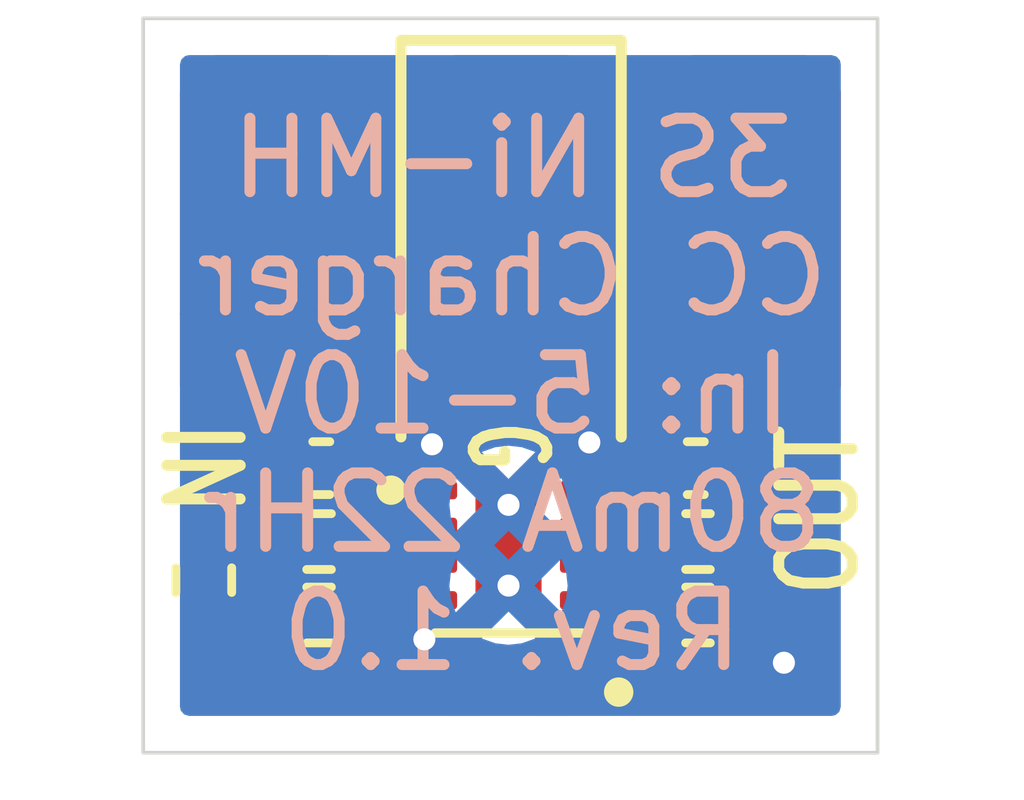
<source format=kicad_pcb>
(kicad_pcb (version 20240108) (generator "pcbnew") (generator_version "8.0")
  (layers (0 "F.Cu" signal) (31 "B.Cu" signal) (34 "B.Paste" user) (35 "F.Paste" user) (36 "B.SilkS" user "B.Silkscreen") (37 "F.SilkS" user "F.Silkscreen") (38 "B.Mask" user) (39 "F.Mask" user) (44 "Edge.Cuts" user))
  (net 0 "")
  (net 1 "GND")
  (net 2 "+5V")
  (net 3 "+BATT")
  (net 4 "Net-(D1-K)")
  (net 5 "Net-(D1-A)")
  (net 6 "Net-(U1-VSET)")
  (net 7 "Net-(U1-TS)")
  (net 8 "Net-(U1-TMR)")
  (net 9 "Net-(U1-ISET)")
  (footprint "Capacitor_SMD:C_0402_1005Metric_Pad0.74x0.62mm_HandSolder" (layer "F.Cu") (at 161.975 94.625 180)
    (property "Reference" "C1" (hide yes))
    (property "Value" "10µF" (hide yes))
    (fp_line (start -0.115835 0.36) (end 0.115835 0.36) (stroke (width 0.12)) (layer "F.SilkS"))
    (fp_line (start -0.115835 -0.36) (end 0.115835 -0.36) (stroke (width 0.12)) (layer "F.SilkS"))
    (pad "1" smd roundrect (at -0.5675 0 180) (size 0.735 0.62) (layers "F.Cu" "F.Paste" "F.Mask") (net 2 "+5V"))
    (pad "2" smd roundrect (at 0.5675 0 180) (size 0.735 0.62) (layers "F.Cu" "F.Paste" "F.Mask") (net 1 "GND"))
  )
  (footprint "Capacitor_SMD:C_0402_1005Metric_Pad0.74x0.62mm_HandSolder" (layer "F.Cu") (at 167.075 94.625)
    (property "Reference" "C2" (hide yes))
    (property "Value" "10µF" (hide yes))
    (fp_line (start -0.115835 -0.36) (end 0.115835 -0.36) (stroke (width 0.12)) (layer "F.SilkS"))
    (fp_line (start -0.115835 0.36) (end 0.115835 0.36) (stroke (width 0.12)) (layer "F.SilkS"))
    (pad "1" smd roundrect (at -0.5675 0) (size 0.735 0.62) (layers "F.Cu" "F.Paste" "F.Mask") (net 3 "+BATT"))
    (pad "2" smd roundrect (at 0.5675 0) (size 0.735 0.62) (layers "F.Cu" "F.Paste" "F.Mask") (net 1 "GND"))
  )
  (footprint "BQ25172DSGR:IC_BQ25172DSGR" (layer "F.Cu") (at 164.525 95.675)
    (property "Reference" "U1" (hide yes))
    (property "Value" "BQ25172DSGR" (hide yes))
    (fp_line (start -1 1.195) (end 1 1.195) (stroke (width 0.127)) (layer "F.SilkS"))
    (fp_circle (center -1.6 -0.75) (end -1.5 -0.75) (stroke (width 0.2)) (fill none) (layer "F.SilkS"))
    (pad "1" smd roundrect (at -0.95 -0.75) (size 0.5 0.25) (layers "F.Cu" "F.Paste" "F.Mask") (roundrect_rratio 0.2) (net 2 "+5V"))
    (pad "2" smd roundrect (at -0.95 -0.25) (size 0.5 0.25) (layers "F.Cu" "F.Paste" "F.Mask") (roundrect_rratio 0.2) (net 9 "Net-(U1-ISET)"))
    (pad "3" smd roundrect (at -0.95 0.25) (size 0.5 0.25) (layers "F.Cu" "F.Paste" "F.Mask") (roundrect_rratio 0.2) (net 7 "Net-(U1-TS)"))
    (pad "4" smd roundrect (at -0.95 0.75) (size 0.5 0.25) (layers "F.Cu" "F.Paste" "F.Mask") (roundrect_rratio 0.2) (net 1 "GND"))
    (pad "5" smd roundrect (at 0.95 0.75) (size 0.5 0.25) (layers "F.Cu" "F.Paste" "F.Mask") (roundrect_rratio 0.2) (net 4 "Net-(D1-K)"))
    (pad "6" smd roundrect (at 0.95 0.25) (size 0.5 0.25) (layers "F.Cu" "F.Paste" "F.Mask") (roundrect_rratio 0.2) (net 8 "Net-(U1-TMR)"))
    (pad "7" smd roundrect (at 0.95 -0.25) (size 0.5 0.25) (layers "F.Cu" "F.Paste" "F.Mask") (roundrect_rratio 0.2) (net 6 "Net-(U1-VSET)"))
    (pad "8" smd roundrect (at 0.95 -0.75) (size 0.5 0.25) (layers "F.Cu" "F.Paste" "F.Mask") (roundrect_rratio 0.2) (net 3 "+BATT"))
    (pad "9" smd roundrect (at 0 0) (size 0.9 1.6) (layers "F.Cu" "F.Mask") (roundrect_rratio 0.06) (net 1 "GND"))
    (pad "10" thru_hole circle (at 0 -0.55) (size 0.6 0.6) (drill 0.3) (layers "*.Cu") (net 1 "GND"))
    (pad "11" thru_hole circle (at 0 0.55) (size 0.6 0.6) (drill 0.3) (layers "*.Cu") (net 1 "GND"))
  )
  (footprint "TP-Library:Custom_TestPoint_Pad_2.5x5.0mm" (layer "F.Cu") (at 167.8 90)
    (property "Reference" "TP3" (hide yes))
    (property "Value" "TestPoint" (hide yes))
    (pad "1" smd roundrect (at 0 1.5) (size 2.5 5) (property pad_prop_testpoint) (layers "F.Cu" "F.Mask") (roundrect_rratio 0.2) (net 3 "+BATT"))
  )
  (footprint "Resistor_SMD:R_0402_1005Metric_Pad0.72x0.64mm_HandSolder" (layer "F.Cu") (at 167.105 95.625)
    (property "Reference" "R2" (hide yes))
    (property "Value" "24K" (hide yes))
    (fp_line (start -0.167621 -0.38) (end 0.167621 -0.38) (stroke (width 0.12)) (layer "F.SilkS"))
    (fp_line (start -0.167621 0.38) (end 0.167621 0.38) (stroke (width 0.12)) (layer "F.SilkS"))
    (pad "1" smd roundrect (at -0.5975 0) (size 0.715 0.64) (layers "F.Cu" "F.Paste" "F.Mask") (net 6 "Net-(U1-VSET)"))
    (pad "2" smd roundrect (at 0.5975 0) (size 0.715 0.64) (layers "F.Cu" "F.Paste" "F.Mask") (net 1 "GND"))
  )
  (footprint "Resistor_SMD:R_0402_1005Metric_Pad0.72x0.64mm_HandSolder" (layer "F.Cu") (at 160.375 96.15 90)
    (property "Reference" "R1" (hide yes))
    (property "Value" "3.6K" (hide yes))
    (fp_line (start -0.167621 -0.38) (end 0.167621 -0.38) (stroke (width 0.12)) (layer "F.SilkS"))
    (fp_line (start -0.167621 0.38) (end 0.167621 0.38) (stroke (width 0.12)) (layer "F.SilkS"))
    (pad "1" smd roundrect (at -0.5975 0 90) (size 0.715 0.64) (layers "F.Cu" "F.Paste" "F.Mask") (net 5 "Net-(D1-A)"))
    (pad "2" smd roundrect (at 0.5975 0 90) (size 0.715 0.64) (layers "F.Cu" "F.Paste" "F.Mask") (net 2 "+5V"))
  )
  (footprint "TP-Library:Custom_TestPoint_Pad_2.5x5.0mm" (layer "F.Cu") (at 164.56 93 180)
    (property "Reference" "TP2" (hide yes))
    (property "Value" "TestPoint" (hide yes))
    (fp_line (start 1.5 4.2) (end -1.5 4.2) (stroke (width 0.15)) (layer "F.SilkS"))
    (fp_line (start 1.5 -1.2) (end 1.5 4.2) (stroke (width 0.15)) (layer "F.SilkS"))
    (fp_line (start -1.5 4.2) (end -1.5 -1.2) (stroke (width 0.15)) (layer "F.SilkS"))
    (pad "1" smd roundrect (at 0 1.5 180) (size 2.5 5) (property pad_prop_testpoint) (layers "F.Cu" "F.Mask") (roundrect_rratio 0.2) (net 1 "GND"))
  )
  (footprint "Resistor_SMD:R_0402_1005Metric_Pad0.72x0.64mm_HandSolder" (layer "F.Cu") (at 167.105 96.625 180)
    (property "Reference" "R4" (hide yes))
    (property "Value" "3.6K" (hide yes))
    (fp_line (start -0.167621 0.38) (end 0.167621 0.38) (stroke (width 0.12)) (layer "F.SilkS"))
    (fp_line (start -0.167621 -0.38) (end 0.167621 -0.38) (stroke (width 0.12)) (layer "F.SilkS"))
    (pad "1" smd roundrect (at -0.5975 0 180) (size 0.715 0.64) (layers "F.Cu" "F.Paste" "F.Mask") (net 1 "GND"))
    (pad "2" smd roundrect (at 0.5975 0 180) (size 0.715 0.64) (layers "F.Cu" "F.Paste" "F.Mask") (net 8 "Net-(U1-TMR)"))
  )
  (footprint "Resistor_SMD:R_0402_1005Metric_Pad0.72x0.64mm_HandSolder" (layer "F.Cu") (at 161.945 96.625)
    (property "Reference" "R3" (hide yes))
    (property "Value" "10K" (hide yes))
    (fp_line (start -0.167621 -0.38) (end 0.167621 -0.38) (stroke (width 0.12)) (layer "F.SilkS"))
    (fp_line (start -0.167621 0.38) (end 0.167621 0.38) (stroke (width 0.12)) (layer "F.SilkS"))
    (pad "1" smd roundrect (at -0.5975 0) (size 0.715 0.64) (layers "F.Cu" "F.Paste" "F.Mask") (net 1 "GND"))
    (pad "2" smd roundrect (at 0.5975 0) (size 0.715 0.64) (layers "F.Cu" "F.Paste" "F.Mask") (net 7 "Net-(U1-TS)"))
  )
  (footprint "LED_SMD:LED_0402_1005Metric_Pad0.77x0.64mm_HandSolder" (layer "F.Cu") (at 164.525 97.675 180)
    (property "Reference" "D1" (hide yes))
    (property "Value" "LED" (hide yes))
    (fp_circle (center -1.5 0) (end -1.4 0) (stroke (width 0.2)) (fill solid) (layer "F.SilkS"))
    (pad "1" smd roundrect (at -0.5725 0 180) (size 0.765 0.64) (layers "F.Cu" "F.Paste" "F.Mask") (net 4 "Net-(D1-K)"))
    (pad "2" smd roundrect (at 0.5725 0 180) (size 0.765 0.64) (layers "F.Cu" "F.Paste" "F.Mask") (net 5 "Net-(D1-A)"))
  )
  (footprint "Resistor_SMD:R_0402_1005Metric_Pad0.72x0.64mm_HandSolder" (layer "F.Cu") (at 161.945 95.625)
    (property "Reference" "R5" (hide yes))
    (property "Value" "3.6K" (hide yes))
    (fp_line (start -0.167621 -0.38) (end 0.167621 -0.38) (stroke (width 0.12)) (layer "F.SilkS"))
    (fp_line (start -0.167621 0.38) (end 0.167621 0.38) (stroke (width 0.12)) (layer "F.SilkS"))
    (pad "1" smd roundrect (at -0.5975 0) (size 0.715 0.64) (layers "F.Cu" "F.Paste" "F.Mask") (net 1 "GND"))
    (pad "2" smd roundrect (at 0.5975 0) (size 0.715 0.64) (layers "F.Cu" "F.Paste" "F.Mask") (net 9 "Net-(U1-ISET)"))
  )
  (footprint "TP-Library:Custom_TestPoint_Pad_2.5x5.0mm" (layer "F.Cu") (at 161.3 90)
    (property "Reference" "TP1" (hide yes))
    (property "Value" "TestPoint" (hide yes))
    (pad "1" smd roundrect (at 0 1.5) (size 2.5 5) (property pad_prop_testpoint) (layers "F.Cu" "F.Mask") (roundrect_rratio 0.2) (net 2 "+5V"))
  )
  (gr_rect (start 159.55 88.5) (end 169.55 98.5) (stroke (width 0.05)) (fill none) (layer "Edge.Cuts"))
  (gr_text "3S Ni-MH\nCC Charger\nIn: 5-10V\n80mA 22Hr\nRev. 1.0" (at 164.575 93.625 0) (layer "B.SilkS") (effects (font (size 1 1)) (justify mirror)))
  (gr_text "IN" (at 160.325 94.625 -90) (layer "F.SilkS") (effects (font (size 1 0.8))))
  (gr_text "OUT" (at 168.75 95.2 90) (layer "F.SilkS") (effects (font (size 1 0.8))))
  (gr_text "G" (at 164.5 94.325 270) (layer "F.SilkS") (effects (font (size 1 0.6) (thickness 0.15) (bold yes))))
  (segment (start 167.6425 95.565) (end 167.7025 95.625) (width 0.2) (layer "F.Cu") (net 1))
  (segment (start 161.3225 96.6) (end 161.175 96.6) (width 0.2) (layer "F.Cu") (net 1))
  (segment (start 161.4075 94.66) (end 161.265 94.8025) (width 0.2) (layer "F.Cu") (net 1))
  (segment (start 164.56 91.5) (end 164.56 93.222895) (width 0.2) (layer "F.Cu") (net 1))
  (segment (start 165.52 93.67) (end 165.52 93.66) (width 0.2) (layer "F.Cu") (net 1))
  (segment (start 161.4075 94.625) (end 161.4075 94.66) (width 0.2) (layer "F.Cu") (net 1))
  (segment (start 163.378814 96.95588) (end 163.039694 97.295) (width 0.2) (layer "F.Cu") (net 1))
  (segment (start 163.378814 96.621186) (end 163.575 96.425) (width 0.2) (layer "F.Cu") (net 1))
  (segment (start 164.56 93.21) (end 164.56 91.5) (width 0.2) (layer "F.Cu") (net 1))
  (segment (start 167.6425 94.625) (end 167.6425 95.565) (width 0.2) (layer "F.Cu") (net 1))
  (segment (start 165.625 94.275) (end 164.56 93.21) (width 0.2) (layer "F.Cu") (net 1))
  (segment (start 167.7025 95.625) (end 167.7025 96.625) (width 0.2) (layer "F.Cu") (net 1))
  (segment (start 162.0175 97.295) (end 161.3475 96.625) (width 0.2) (layer "F.Cu") (net 1))
  (segment (start 161.3475 96.625) (end 161.3225 96.6) (width 0.2) (layer "F.Cu") (net 1))
  (segment (start 163.039694 97.295) (end 162.0175 97.295) (width 0.2) (layer "F.Cu") (net 1))
  (segment (start 168.275 97.275) (end 168.275 97.1975) (width 0.2) (layer "F.Cu") (net 1))
  (segment (start 164.56 93.222895) (end 163.482895 94.3) (width 0.2) (layer "F.Cu") (net 1))
  (segment (start 168.275 97.1975) (end 167.7025 96.625) (width 0.2) (layer "F.Cu") (net 1))
  (segment (start 163.378814 96.95588) (end 163.378814 96.621186) (width 0.2) (layer "F.Cu") (net 1))
  (segment (start 161.3475 96.625) (end 161.3475 94.685) (width 0.2) (layer "F.Cu") (net 1))
  (segment (start 161.3475 94.685) (end 161.4075 94.625) (width 0.2) (layer "F.Cu") (net 1))
  (segment (start 164.56 91.5) (end 164.56 92.7807) (width 0.2) (layer "F.Cu") (net 1))
  (via (at 165.625 94.275) (size 0.6) (drill 0.3) (layers "F.Cu" "B.Cu") (net 1))
  (via (at 163.482895 94.3) (size 0.6) (drill 0.3) (layers "F.Cu" "B.Cu") (net 1))
  (via (at 168.275 97.275) (size 0.6) (drill 0.3) (layers "F.Cu" "B.Cu") (net 1))
  (via (at 163.378814 96.95588) (size 0.6) (drill 0.3) (layers "F.Cu" "B.Cu") (net 1))
  (segment (start 162.8425 94.925) (end 163.575 94.925) (width 0.2) (layer "F.Cu") (net 2))
  (segment (start 161.3 91.5) (end 161.2 91.5) (width 0.25) (layer "F.Cu") (net 2))
  (segment (start 162.5425 94.625) (end 162.5425 94.1175) (width 0.2) (layer "F.Cu") (net 2))
  (segment (start 160.375 95.5525) (end 160.375 94.35) (width 0.2) (layer "F.Cu") (net 2))
  (segment (start 162.5425 94.1175) (end 161.95 93.525) (width 0.2) (layer "F.Cu") (net 2))
  (segment (start 161.3 91.5) (end 160.2 92.6) (width 0.25) (layer "F.Cu") (net 2))
  (segment (start 161.2 91.5) (end 160.175 92.525) (width 0.25) (layer "F.Cu") (net 2))
  (segment (start 162.5425 94.625) (end 162.8425 94.925) (width 0.2) (layer "F.Cu") (net 2))
  (segment (start 160.375 94.35) (end 161.225 93.5) (width 0.2) (layer "F.Cu") (net 2))
  (segment (start 166.5075 94.625) (end 166.5075 94.2025) (width 0.2) (layer "F.Cu") (net 3))
  (segment (start 166.2075 94.925) (end 166.5075 94.625) (width 0.2) (layer "F.Cu") (net 3))
  (segment (start 166.5075 94.2025) (end 167.01 93.7) (width 0.2) (layer "F.Cu") (net 3))
  (segment (start 165.475 94.925) (end 166.2075 94.925) (width 0.2) (layer "F.Cu") (net 3))
  (segment (start 165.475 96.425) (end 165.475 97.2975) (width 0.2) (layer "F.Cu") (net 4))
  (segment (start 165.475 97.2975) (end 165.0975 97.675) (width 0.2) (layer "F.Cu") (net 4))
  (segment (start 161.22 97.695) (end 163.9325 97.695) (width 0.2) (layer "F.Cu") (net 5))
  (segment (start 160.375 96.85) (end 161.22 97.695) (width 0.2) (layer "F.Cu") (net 5))
  (segment (start 160.375 96.7475) (end 160.375 96.85) (width 0.2) (layer "F.Cu") (net 5))
  (segment (start 163.9325 97.695) (end 163.9525 97.675) (width 0.2) (layer "F.Cu") (net 5))
  (segment (start 166.55 95.65) (end 166.525 95.625) (width 0.2) (layer "F.Cu") (net 6))
  (segment (start 165.475 95.425) (end 166.3075 95.425) (width 0.2) (layer "F.Cu") (net 6))
  (segment (start 166.525 95.625) (end 166.5075 95.625) (width 0.2) (layer "F.Cu") (net 6))
  (segment (start 166.3075 95.425) (end 166.5075 95.625) (width 0.2) (layer "F.Cu") (net 6))
  (segment (start 162.412472 96.8) (end 162.5425 96.669972) (width 0.2) (layer "F.Cu") (net 7))
  (segment (start 162.554972 96.625) (end 162.5425 96.625) (width 0.2) (layer "F.Cu") (net 7))
  (segment (start 162.52864 96.63886) (end 162.5425 96.625) (width 0.2) (layer "F.Cu") (net 7))
  (segment (start 162.5425 96.669972) (end 162.5425 96.625) (width 0.2) (layer "F.Cu") (net 7))
  (segment (start 162.509972 96.8) (end 162.509972 96.657528) (width 0.2) (layer "F.Cu") (net 7))
  (segment (start 162.52864 96.8) (end 162.52864 96.63886) (width 0.2) (layer "F.Cu") (net 7))
  (segment (start 162.509972 96.657528) (end 162.5425 96.625) (width 0.2) (layer "F.Cu") (net 7))
  (segment (start 163.254972 95.925) (end 162.554972 96.625) (width 0.2) (layer "F.Cu") (net 7))
  (segment (start 163.575 95.925) (end 163.254972 95.925) (width 0.2) (layer "F.Cu") (net 7))
  (segment (start 166.57136 96.8) (end 166.57136 96.68886) (width 0.2) (layer "F.Cu") (net 8))
  (segment (start 166.587528 96.8) (end 166.587528 96.705028) (width 0.2) (layer "F.Cu") (net 8))
  (segment (start 166.6 96.9) (end 166.5075 96.8075) (width 0.2) (layer "F.Cu") (net 8))
  (segment (start 166.687528 96.8) (end 166.6825 96.8) (width 0.2) (layer "F.Cu") (net 8))
  (segment (start 166.6825 96.8) (end 166.5075 96.625) (width 0.2) (layer "F.Cu") (net 8))
  (segment (start 166.587528 96.705028) (end 166.5075 96.625) (width 0.2) (layer "F.Cu") (net 8))
  (segment (start 165.74636 95.925) (end 166.44636 96.625) (width 0.2) (layer "F.Cu") (net 8))
  (segment (start 166.44636 96.625) (end 166.5075 96.625) (width 0.2) (layer "F.Cu") (net 8))
  (segment (start 166.5075 96.8075) (end 166.5075 96.625) (width 0.2) (layer "F.Cu") (net 8))
  (segment (start 166.57136 96.68886) (end 166.5075 96.625) (width 0.2) (layer "F.Cu") (net 8))
  (segment (start 165.475 95.925) (end 165.74636 95.925) (width 0.2) (layer "F.Cu") (net 8))
  (segment (start 162.5475 95.65) (end 162.5425 95.645) (width 0.2) (layer "F.Cu") (net 9))
  (segment (start 162.5425 95.645) (end 162.5425 95.625) (width 0.2) (layer "F.Cu") (net 9))
  (segment (start 162.7425 95.425) (end 163.575 95.425) (width 0.2) (layer "F.Cu") (net 9))
  (segment (start 162.5425 95.625) (end 162.7425 95.425) (width 0.2) (layer "F.Cu") (net 9))
  (zone (net 1) (net_name "GND") (layer "B.Cu") (connect_pads (clearance 0.5)) (min_thickness 0.25) (fill yes (thermal_gap 0.5) (thermal_bridge_width 0.5) (smoothing fillet) (radius 1))
    (polygon (pts (xy 157.6 88.25) (xy 171.55 88.25) (xy 171.55 99.15) (xy 157.6 99.15)))
  )
)
</source>
